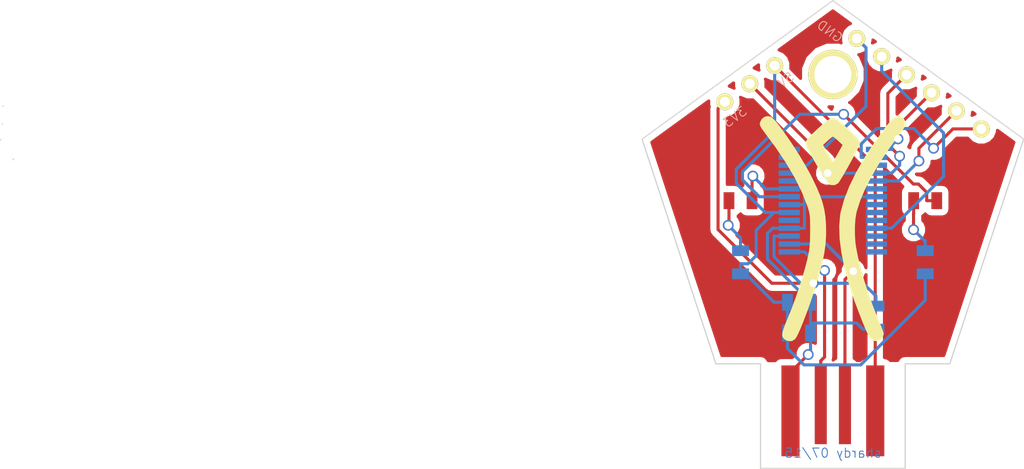
<source format=kicad_pcb>
(kicad_pcb (version 4) (host pcbnew "(2015-01-16 BZR 5376)-product")

  (general
    (links 29)
    (no_connects 0)
    (area 86.970399 80.467999 171.500001 119.176001)
    (thickness 1.6)
    (drawings 19)
    (tracks 144)
    (zones 0)
    (modules 13)
    (nets 25)
  )

  (page A4)
  (layers
    (0 F.Cu signal)
    (31 B.Cu signal)
    (32 B.Adhes user)
    (33 F.Adhes user)
    (34 B.Paste user)
    (35 F.Paste user)
    (36 B.SilkS user)
    (37 F.SilkS user)
    (38 B.Mask user)
    (39 F.Mask user)
    (40 Dwgs.User user)
    (41 Cmts.User user)
    (42 Eco1.User user)
    (43 Eco2.User user)
    (44 Edge.Cuts user)
    (45 Margin user)
    (46 B.CrtYd user)
    (47 F.CrtYd user)
    (48 B.Fab user)
    (49 F.Fab user)
  )

  (setup
    (last_trace_width 0.254)
    (trace_clearance 0.254)
    (zone_clearance 0.508)
    (zone_45_only no)
    (trace_min 0.254)
    (segment_width 0.2)
    (edge_width 0.1)
    (via_size 0.889)
    (via_drill 0.635)
    (via_min_size 0.889)
    (via_min_drill 0.508)
    (uvia_size 0.508)
    (uvia_drill 0.127)
    (uvias_allowed no)
    (uvia_min_size 0.508)
    (uvia_min_drill 0.127)
    (pcb_text_width 0.3)
    (pcb_text_size 1.5 1.5)
    (mod_edge_width 0.15)
    (mod_text_size 1 1)
    (mod_text_width 0.15)
    (pad_size 4.064 4.064)
    (pad_drill 3.048)
    (pad_to_mask_clearance 0)
    (aux_axis_origin 0 0)
    (visible_elements 7FFFFF7F)
    (pcbplotparams
      (layerselection 0x012f0_80000001)
      (usegerberextensions false)
      (excludeedgelayer true)
      (linewidth 0.100000)
      (plotframeref false)
      (viasonmask false)
      (mode 1)
      (useauxorigin false)
      (hpglpennumber 1)
      (hpglpenspeed 20)
      (hpglpendiameter 15)
      (hpglpenoverlay 2)
      (psnegative false)
      (psa4output false)
      (plotreference true)
      (plotvalue true)
      (plotinvisibletext false)
      (padsonsilk false)
      (subtractmaskfromsilk false)
      (outputformat 1)
      (mirror false)
      (drillshape 0)
      (scaleselection 1)
      (outputdirectory Z:/git/ftdigift/gerbers/))
  )

  (net 0 "")
  (net 1 +5V)
  (net 2 GND)
  (net 3 +3.3V)
  (net 4 "Net-(D1-Pad1)")
  (net 5 "Net-(D1-Pad2)")
  (net 6 "Net-(D2-Pad1)")
  (net 7 "Net-(D2-Pad2)")
  (net 8 "Net-(J1-Pad2)")
  (net 9 "Net-(J1-Pad3)")
  (net 10 /POWER)
  (net 11 /CTS)
  (net 12 /TXO)
  (net 13 /RXI)
  (net 14 /DTR)
  (net 15 "Net-(U1-Pad3)")
  (net 16 "Net-(U1-Pad6)")
  (net 17 "Net-(U1-Pad9)")
  (net 18 "Net-(U1-Pad10)")
  (net 19 "Net-(U1-Pad12)")
  (net 20 "Net-(U1-Pad13)")
  (net 21 "Net-(U1-Pad14)")
  (net 22 "Net-(U1-Pad19)")
  (net 23 "Net-(U1-Pad27)")
  (net 24 "Net-(U1-Pad28)")

  (net_class Default "This is the default net class."
    (clearance 0.254)
    (trace_width 0.254)
    (via_dia 0.889)
    (via_drill 0.635)
    (uvia_dia 0.508)
    (uvia_drill 0.127)
    (add_net +3.3V)
    (add_net +5V)
    (add_net /CTS)
    (add_net /DTR)
    (add_net /POWER)
    (add_net /RXI)
    (add_net /TXO)
    (add_net GND)
    (add_net "Net-(D1-Pad1)")
    (add_net "Net-(D1-Pad2)")
    (add_net "Net-(D2-Pad1)")
    (add_net "Net-(D2-Pad2)")
    (add_net "Net-(J1-Pad2)")
    (add_net "Net-(J1-Pad3)")
    (add_net "Net-(U1-Pad10)")
    (add_net "Net-(U1-Pad12)")
    (add_net "Net-(U1-Pad13)")
    (add_net "Net-(U1-Pad14)")
    (add_net "Net-(U1-Pad19)")
    (add_net "Net-(U1-Pad27)")
    (add_net "Net-(U1-Pad28)")
    (add_net "Net-(U1-Pad3)")
    (add_net "Net-(U1-Pad6)")
    (add_net "Net-(U1-Pad9)")
  )

  (module LOGO (layer F.SilkS) (tedit 55AD9397) (tstamp 55AD93E4)
    (at 155.702 99.314)
    (fp_text reference G*** (at 0 0) (layer F.SilkS) hide
      (effects (font (thickness 0.3)))
    )
    (fp_text value LOGO (at 0.75 0) (layer F.SilkS) hide
      (effects (font (thickness 0.3)))
    )
    (fp_poly (pts (xy -0.604766 0.504979) (xy -0.647192 1.239696) (xy -0.746863 1.990469) (xy -0.909935 2.808173)
      (xy -1.060331 3.429) (xy -1.207958 3.968624) (xy -1.389241 4.571479) (xy -1.595846 5.214981)
      (xy -1.81944 5.876545) (xy -2.05169 6.533585) (xy -2.284264 7.163518) (xy -2.508828 7.743758)
      (xy -2.717049 8.25172) (xy -2.900595 8.66482) (xy -3.051131 8.960473) (xy -3.157803 9.113747)
      (xy -3.416961 9.253081) (xy -3.708701 9.243236) (xy -3.80169 9.205647) (xy -3.968497 9.1067)
      (xy -4.07827 8.994165) (xy -4.128756 8.846034) (xy -4.117699 8.640301) (xy -4.042846 8.354958)
      (xy -3.901941 7.967999) (xy -3.69273 7.457417) (xy -3.600213 7.239) (xy -3.319999 6.542104)
      (xy -3.027395 5.74661) (xy -2.739024 4.902926) (xy -2.47151 4.061459) (xy -2.241475 3.272613)
      (xy -2.065545 2.586797) (xy -2.06451 2.582334) (xy -1.969472 2.149428) (xy -1.903315 1.776492)
      (xy -1.860878 1.412507) (xy -1.837001 1.006451) (xy -1.826523 0.507306) (xy -1.824711 0.211667)
      (xy -1.824878 -0.308796) (xy -1.832258 -0.699217) (xy -1.851368 -0.998862) (xy -1.886725 -1.247002)
      (xy -1.942846 -1.482904) (xy -2.024248 -1.745839) (xy -2.063308 -1.862666) (xy -2.502208 -2.982442)
      (xy -3.082918 -4.159718) (xy -3.808 -5.398892) (xy -4.680017 -6.704364) (xy -5.63493 -7.994533)
      (xy -5.843376 -8.281428) (xy -5.952814 -8.484336) (xy -5.981198 -8.641717) (xy -5.970879 -8.714199)
      (xy -5.840389 -8.981178) (xy -5.623842 -9.156651) (xy -5.367339 -9.219734) (xy -5.116976 -9.149541)
      (xy -5.074834 -9.12014) (xy -4.852213 -8.905558) (xy -4.563566 -8.564978) (xy -4.223992 -8.121036)
      (xy -3.848595 -7.596368) (xy -3.452474 -7.013608) (xy -3.050733 -6.395393) (xy -2.658472 -5.764359)
      (xy -2.290793 -5.143141) (xy -1.962797 -4.554374) (xy -1.735864 -4.115359) (xy -1.374195 -3.355092)
      (xy -1.097074 -2.697514) (xy -0.893653 -2.105411) (xy -0.753083 -1.541568) (xy -0.664519 -0.968768)
      (xy -0.617111 -0.349796) (xy -0.613428 -0.264556) (xy -0.604766 0.504979) (xy -0.604766 0.504979)) (layer F.SilkS) (width 0.1))
    (fp_poly (pts (xy 5.956779 -8.50969) (xy 5.949541 -8.488568) (xy 5.878602 -8.367583) (xy 5.72539 -8.143133)
      (xy 5.511363 -7.845599) (xy 5.257977 -7.505361) (xy 5.216491 -7.450666) (xy 4.435798 -6.372907)
      (xy 3.735531 -5.302365) (xy 3.125731 -4.257687) (xy 2.61644 -3.257519) (xy 2.217697 -2.320507)
      (xy 1.939545 -1.465298) (xy 1.892832 -1.278501) (xy 1.812565 -0.781188) (xy 1.771091 -0.178009)
      (xy 1.769076 0.47192) (xy 1.807183 1.109481) (xy 1.86118 1.535959) (xy 2.033514 2.41206)
      (xy 2.278524 3.395559) (xy 2.584116 4.44727) (xy 2.938192 5.528008) (xy 3.328656 6.598585)
      (xy 3.728564 7.585212) (xy 3.889276 7.972212) (xy 4.021597 8.31305) (xy 4.112391 8.572282)
      (xy 4.148523 8.714462) (xy 4.148667 8.718796) (xy 4.07337 8.962925) (xy 3.881606 9.151648)
      (xy 3.624567 9.253324) (xy 3.353442 9.236314) (xy 3.327003 9.226659) (xy 3.229161 9.169704)
      (xy 3.131118 9.066093) (xy 3.022222 8.895647) (xy 2.891817 8.638187) (xy 2.72925 8.273533)
      (xy 2.523868 7.781506) (xy 2.389355 7.450667) (xy 1.821321 5.954862) (xy 1.357469 4.538473)
      (xy 0.999193 3.208828) (xy 0.747886 1.973254) (xy 0.604942 0.839079) (xy 0.571754 -0.186369)
      (xy 0.649717 -1.095763) (xy 0.706349 -1.398318) (xy 0.981808 -2.378139) (xy 1.395054 -3.435701)
      (xy 1.939971 -4.559497) (xy 2.610442 -5.738017) (xy 3.400352 -6.959752) (xy 4.303585 -8.213192)
      (xy 4.38424 -8.319321) (xy 4.704928 -8.72337) (xy 4.958934 -8.998034) (xy 5.168411 -9.158088)
      (xy 5.355511 -9.21831) (xy 5.542386 -9.193474) (xy 5.638277 -9.155786) (xy 5.83762 -8.990632)
      (xy 5.954844 -8.751566) (xy 5.956779 -8.50969) (xy 5.956779 -8.50969)) (layer F.SilkS) (width 0.1))
    (fp_poly (pts (xy 2.201333 -7.048106) (xy 2.160856 -6.92287) (xy 2.049556 -6.67947) (xy 1.882632 -6.345599)
      (xy 1.675282 -5.948953) (xy 1.442707 -5.517223) (xy 1.200103 -5.078102) (xy 0.962669 -4.659285)
      (xy 0.865763 -4.493737) (xy 0.865763 -6.891309) (xy 0.480143 -7.255654) (xy 0.263884 -7.44664)
      (xy 0.087516 -7.578555) (xy 0 -7.62) (xy -0.107161 -7.565566) (xy -0.291309 -7.423912)
      (xy -0.480144 -7.255654) (xy -0.865764 -6.891309) (xy -0.454049 -6.157046) (xy -0.276351 -5.847229)
      (xy -0.128144 -5.602025) (xy -0.028975 -5.453046) (xy 0 -5.422784) (xy 0.056542 -5.491767)
      (xy 0.174903 -5.677642) (xy 0.335533 -5.948796) (xy 0.454048 -6.157046) (xy 0.865763 -6.891309)
      (xy 0.865763 -4.493737) (xy 0.745605 -4.288465) (xy 0.564108 -3.993334) (xy 0.433378 -3.801586)
      (xy 0.394335 -3.755587) (xy 0.144194 -3.617435) (xy -0.142991 -3.62346) (xy -0.244689 -3.663686)
      (xy -0.354206 -3.772172) (xy -0.525103 -4.003686) (xy -0.741408 -4.330622) (xy -0.987152 -4.725372)
      (xy -1.246364 -5.160331) (xy -1.503074 -5.607892) (xy -1.74131 -6.040449) (xy -1.945103 -6.430395)
      (xy -2.098481 -6.750123) (xy -2.185475 -6.972027) (xy -2.199238 -7.042304) (xy -2.174525 -7.160015)
      (xy -2.08704 -7.307533) (xy -1.919803 -7.505086) (xy -1.655833 -7.772906) (xy -1.31093 -8.100637)
      (xy -0.89402 -8.482686) (xy -0.57282 -8.755762) (xy -0.325617 -8.932897) (xy -0.1307 -9.027127)
      (xy 0.033645 -9.051484) (xy 0.189128 -9.019004) (xy 0.207517 -9.012177) (xy 0.342881 -8.926985)
      (xy 0.571792 -8.748018) (xy 0.865756 -8.498895) (xy 1.196283 -8.203232) (xy 1.308183 -8.099794)
      (xy 1.682929 -7.743148) (xy 1.943394 -7.475746) (xy 2.105613 -7.278703) (xy 2.185623 -7.133139)
      (xy 2.201333 -7.048106) (xy 2.201333 -7.048106)) (layer F.SilkS) (width 0.1))
  )

  (module SSOP-28_5.3x10.2mm_Pitch0.65mm (layer B.Cu) (tedit 55876F58) (tstamp 558B7F53)
    (at 155.702 97.028 180)
    (descr "28-Lead Plastic Shrink Small Outline (SS)-5.30 mm Body [SSOP] (see Microchip Packaging Specification 00000049BS.pdf)")
    (tags "SSOP 0.65")
    (path /558742B0)
    (attr smd)
    (fp_text reference U1 (at 0 6.25 180) (layer B.SilkS) hide
      (effects (font (size 1 1) (thickness 0.15)) (justify mirror))
    )
    (fp_text value FT232RLSSOP (at 0 -6.25 180) (layer B.Fab) hide
      (effects (font (size 1 1) (thickness 0.15)) (justify mirror))
    )
    (pad 1 smd rect (at -3.6 4.225 180) (size 1.75 0.45) (layers B.Cu B.Paste B.Mask)
      (net 12 /TXO) (clearance 0.0762))
    (pad 2 smd rect (at -3.6 3.575 180) (size 1.75 0.45) (layers B.Cu B.Paste B.Mask)
      (net 14 /DTR) (clearance 0.0762))
    (pad 3 smd rect (at -3.6 2.925 180) (size 1.75 0.45) (layers B.Cu B.Paste B.Mask)
      (net 15 "Net-(U1-Pad3)") (clearance 0.0762))
    (pad 4 smd rect (at -3.6 2.275 180) (size 1.75 0.45) (layers B.Cu B.Paste B.Mask)
      (net 10 /POWER) (clearance 0.0762))
    (pad 5 smd rect (at -3.6 1.625 180) (size 1.75 0.45) (layers B.Cu B.Paste B.Mask)
      (net 13 /RXI) (clearance 0.0762))
    (pad 6 smd rect (at -3.6 0.975 180) (size 1.75 0.45) (layers B.Cu B.Paste B.Mask)
      (net 16 "Net-(U1-Pad6)") (clearance 0.0762))
    (pad 7 smd rect (at -3.6 0.325 180) (size 1.75 0.45) (layers B.Cu B.Paste B.Mask)
      (net 2 GND) (clearance 0.0762))
    (pad 8 smd rect (at -3.6 -0.325 180) (size 1.75 0.45) (layers B.Cu B.Paste B.Mask)
      (clearance 0.0762))
    (pad 9 smd rect (at -3.6 -0.975 180) (size 1.75 0.45) (layers B.Cu B.Paste B.Mask)
      (net 17 "Net-(U1-Pad9)") (clearance 0.0762))
    (pad 10 smd rect (at -3.6 -1.625 180) (size 1.75 0.45) (layers B.Cu B.Paste B.Mask)
      (net 18 "Net-(U1-Pad10)") (clearance 0.0762))
    (pad 11 smd rect (at -3.6 -2.275 180) (size 1.75 0.45) (layers B.Cu B.Paste B.Mask)
      (net 11 /CTS) (clearance 0.0762))
    (pad 12 smd rect (at -3.6 -2.925 180) (size 1.75 0.45) (layers B.Cu B.Paste B.Mask)
      (net 19 "Net-(U1-Pad12)") (clearance 0.0762))
    (pad 13 smd rect (at -3.6 -3.575 180) (size 1.75 0.45) (layers B.Cu B.Paste B.Mask)
      (net 20 "Net-(U1-Pad13)") (clearance 0.0762))
    (pad 14 smd rect (at -3.6 -4.225 180) (size 1.75 0.45) (layers B.Cu B.Paste B.Mask)
      (net 21 "Net-(U1-Pad14)") (clearance 0.0762))
    (pad 15 smd rect (at 3.6 -4.225 180) (size 1.75 0.45) (layers B.Cu B.Paste B.Mask)
      (net 9 "Net-(J1-Pad3)") (clearance 0.0762))
    (pad 16 smd rect (at 3.6 -3.575 180) (size 1.75 0.45) (layers B.Cu B.Paste B.Mask)
      (net 8 "Net-(J1-Pad2)") (clearance 0.0762))
    (pad 17 smd rect (at 3.6 -2.925 180) (size 1.75 0.45) (layers B.Cu B.Paste B.Mask)
      (net 3 +3.3V) (clearance 0.0762))
    (pad 18 smd rect (at 3.6 -2.275 180) (size 1.75 0.45) (layers B.Cu B.Paste B.Mask)
      (net 2 GND) (clearance 0.0762))
    (pad 19 smd rect (at 3.6 -1.625 180) (size 1.75 0.45) (layers B.Cu B.Paste B.Mask)
      (net 22 "Net-(U1-Pad19)") (clearance 0.0762))
    (pad 20 smd rect (at 3.6 -0.975 180) (size 1.75 0.45) (layers B.Cu B.Paste B.Mask)
      (net 1 +5V) (clearance 0.0762))
    (pad 21 smd rect (at 3.6 -0.325 180) (size 1.75 0.45) (layers B.Cu B.Paste B.Mask)
      (net 2 GND) (clearance 0.0762))
    (pad 22 smd rect (at 3.6 0.325 180) (size 1.75 0.45) (layers B.Cu B.Paste B.Mask)
      (net 7 "Net-(D2-Pad2)") (clearance 0.0762))
    (pad 23 smd rect (at 3.6 0.975 180) (size 1.75 0.45) (layers B.Cu B.Paste B.Mask)
      (net 5 "Net-(D1-Pad2)") (clearance 0.0762))
    (pad 24 smd rect (at 3.6 1.625 180) (size 1.75 0.45) (layers B.Cu B.Paste B.Mask)
      (clearance 0.0762))
    (pad 25 smd rect (at 3.6 2.275 180) (size 1.75 0.45) (layers B.Cu B.Paste B.Mask)
      (net 2 GND) (clearance 0.0762))
    (pad 26 smd rect (at 3.6 2.925 180) (size 1.75 0.45) (layers B.Cu B.Paste B.Mask)
      (net 2 GND) (clearance 0.0762))
    (pad 27 smd rect (at 3.6 3.575 180) (size 1.75 0.45) (layers B.Cu B.Paste B.Mask)
      (net 23 "Net-(U1-Pad27)") (clearance 0.0762))
    (pad 28 smd rect (at 3.6 4.225 180) (size 1.75 0.45) (layers B.Cu B.Paste B.Mask)
      (net 24 "Net-(U1-Pad28)") (clearance 0.0762))
    (model Housings_SSOP.3dshapes/SSOP-28_5.3x10.2mm_Pitch0.65mm.wrl
      (at (xyz 0 0 0))
      (scale (xyz 1 1 1))
      (rotate (xyz 0 0 0))
    )
  )

  (module shardy:SIL-3 (layer F.Cu) (tedit 55876981) (tstamp 558B84FB)
    (at 148.844 87.376 36)
    (descr "Connecteur 3 pins")
    (tags "CONN DEV")
    (path /55874EB4)
    (fp_text reference P1 (at -5.08 0 36) (layer F.SilkS) hide
      (effects (font (size 1.016 1.016) (thickness 0.1016)))
    )
    (fp_text value PWRSEL (at 0 -2.54 36) (layer F.SilkS) hide
      (effects (font (size 1.016 1.016) (thickness 0.1016)))
    )
    (pad 1 thru_hole circle (at -2.54 0 36) (size 1.397 1.397) (drill 0.8128) (layers *.Cu *.Mask F.SilkS)
      (net 3 +3.3V))
    (pad 2 thru_hole circle (at 0 0 36) (size 1.397 1.397) (drill 0.8128) (layers *.Cu *.Mask F.SilkS)
      (net 10 /POWER))
    (pad 3 thru_hole circle (at 2.54 0 36) (size 1.397 1.397) (drill 0.8128) (layers *.Cu *.Mask F.SilkS)
      (net 1 +5V))
  )

  (module shardy:1pin (layer F.Cu) (tedit 5587701D) (tstamp 558B7D45)
    (at 155.702 86.614)
    (descr "module 1 pin (ou trou mecanique de percage)")
    (tags DEV)
    (path /55875860)
    (fp_text reference H1 (at 0 -3.81) (layer F.SilkS) hide
      (effects (font (size 1.016 1.016) (thickness 0.1016)))
    )
    (fp_text value SCREWHOLE (at 0 3.81) (layer F.SilkS) hide
      (effects (font (size 1.016 1.016) (thickness 0.1016)))
    )
    (pad Hole thru_hole circle (at 0 0) (size 4.064 4.064) (drill 3.048) (layers *.Cu *.Mask F.SilkS))
  )

  (module shardy:SIL-6 placed (layer F.Cu) (tedit 55876989) (tstamp 558B7F5E)
    (at 162.814 87.376 324)
    (descr "Connecteur 6 pins")
    (tags "CONN DEV")
    (path /55874E35)
    (fp_text reference P2 (at 0 3.81 324) (layer F.SilkS) hide
      (effects (font (size 1.016 1.016) (thickness 0.1016)))
    )
    (fp_text value FTDI (at 0 2.54 324) (layer F.SilkS) hide
      (effects (font (size 1.016 1.016) (thickness 0.1016)))
    )
    (pad 1 thru_hole circle (at -6.35 0 324) (size 1.397 1.397) (drill 0.8128) (layers *.Cu *.Mask F.SilkS)
      (net 2 GND))
    (pad 2 thru_hole circle (at -3.81 0 324) (size 1.397 1.397) (drill 0.8128) (layers *.Cu *.Mask F.SilkS)
      (net 11 /CTS))
    (pad 3 thru_hole circle (at -1.27 0 324) (size 1.397 1.397) (drill 0.8128) (layers *.Cu *.Mask F.SilkS)
      (net 10 /POWER))
    (pad 4 thru_hole circle (at 1.27 0 324) (size 1.397 1.397) (drill 0.8128) (layers *.Cu *.Mask F.SilkS)
      (net 12 /TXO))
    (pad 5 thru_hole circle (at 3.81 0 324) (size 1.397 1.397) (drill 0.8128) (layers *.Cu *.Mask F.SilkS)
      (net 13 /RXI))
    (pad 6 thru_hole circle (at 6.35 0 324) (size 1.397 1.397) (drill 0.8128) (layers *.Cu *.Mask F.SilkS)
      (net 14 /DTR))
  )

  (module shardy:SM0805 (layer B.Cu) (tedit 5587651C) (tstamp 558B7CA8)
    (at 163.322 102.108 90)
    (path /558744E9)
    (attr smd)
    (fp_text reference R2 (at 0 1.27 90) (layer B.SilkS) hide
      (effects (font (size 0.635 0.635) (thickness 0.1016)) (justify mirror))
    )
    (fp_text value 1k (at 0 -1.42494 90) (layer B.SilkS) hide
      (effects (font (size 0.635 0.635) (thickness 0.127)) (justify mirror))
    )
    (pad 1 smd rect (at -0.9525 0 90) (size 0.889 1.397) (layers B.Cu B.Paste B.Mask)
      (net 1 +5V))
    (pad 2 smd rect (at 0.9525 0 90) (size 0.889 1.397) (layers B.Cu B.Paste B.Mask)
      (net 6 "Net-(D2-Pad1)"))
    (model smd/chip_cms.wrl
      (at (xyz 0 0 0))
      (scale (xyz 0.1 0.1 0.1))
      (rotate (xyz 0 0 0))
    )
  )

  (module shardy:SM0805 (layer B.Cu) (tedit 5587650B) (tstamp 558B7C77)
    (at 159.258 106.68 270)
    (path /55874346)
    (attr smd)
    (fp_text reference C3 (at 0 1.27 270) (layer B.SilkS) hide
      (effects (font (size 0.635 0.635) (thickness 0.1016)) (justify mirror))
    )
    (fp_text value 0.1uF (at 0 -1.42494 270) (layer B.SilkS) hide
      (effects (font (size 0.635 0.635) (thickness 0.127)) (justify mirror))
    )
    (pad 1 smd rect (at -0.9525 0 270) (size 0.889 1.397) (layers B.Cu B.Paste B.Mask)
      (net 3 +3.3V))
    (pad 2 smd rect (at 0.9525 0 270) (size 0.889 1.397) (layers B.Cu B.Paste B.Mask)
      (net 2 GND))
    (model smd/chip_cms.wrl
      (at (xyz 0 0 0))
      (scale (xyz 0.1 0.1 0.1))
      (rotate (xyz 0 0 0))
    )
  )

  (module shardy:SM0805 (layer B.Cu) (tedit 558764F9) (tstamp 558B7C6B)
    (at 152.908 107.95)
    (path /558742E1)
    (attr smd)
    (fp_text reference C1 (at 0 1.27) (layer B.SilkS) hide
      (effects (font (size 0.635 0.635) (thickness 0.1016)) (justify mirror))
    )
    (fp_text value 0.1uF (at 0 -1.42494) (layer B.SilkS) hide
      (effects (font (size 0.635 0.635) (thickness 0.127)) (justify mirror))
    )
    (pad 1 smd rect (at -0.9525 0) (size 0.889 1.397) (layers B.Cu B.Paste B.Mask)
      (net 1 +5V))
    (pad 2 smd rect (at 0.9525 0) (size 0.889 1.397) (layers B.Cu B.Paste B.Mask)
      (net 2 GND))
    (model smd/chip_cms.wrl
      (at (xyz 0 0 0))
      (scale (xyz 0.1 0.1 0.1))
      (rotate (xyz 0 0 0))
    )
  )

  (module shardy:SM0805 (layer B.Cu) (tedit 558764DA) (tstamp 558B7C71)
    (at 152.908 105.41)
    (path /5587437E)
    (attr smd)
    (fp_text reference C2 (at 0 1.27) (layer B.SilkS) hide
      (effects (font (size 0.635 0.635) (thickness 0.1016)) (justify mirror))
    )
    (fp_text value 10uF (at 0 -1.42494) (layer B.SilkS) hide
      (effects (font (size 0.635 0.635) (thickness 0.127)) (justify mirror))
    )
    (pad 1 smd rect (at -0.9525 0) (size 0.889 1.397) (layers B.Cu B.Paste B.Mask)
      (net 1 +5V))
    (pad 2 smd rect (at 0.9525 0) (size 0.889 1.397) (layers B.Cu B.Paste B.Mask)
      (net 2 GND))
    (model smd/chip_cms.wrl
      (at (xyz 0 0 0))
      (scale (xyz 0.1 0.1 0.1))
      (rotate (xyz 0 0 0))
    )
  )

  (module shardy:SM0805 (layer B.Cu) (tedit 558764C9) (tstamp 558B7CA2)
    (at 148.082 102.108 90)
    (path /55874498)
    (attr smd)
    (fp_text reference R1 (at 0 1.27 90) (layer B.SilkS) hide
      (effects (font (size 0.635 0.635) (thickness 0.1016)) (justify mirror))
    )
    (fp_text value 1k (at 0 -1.42494 90) (layer B.SilkS) hide
      (effects (font (size 0.635 0.635) (thickness 0.127)) (justify mirror))
    )
    (pad 1 smd rect (at -0.9525 0 90) (size 0.889 1.397) (layers B.Cu B.Paste B.Mask)
      (net 1 +5V))
    (pad 2 smd rect (at 0.9525 0 90) (size 0.889 1.397) (layers B.Cu B.Paste B.Mask)
      (net 4 "Net-(D1-Pad1)"))
    (model smd/chip_cms.wrl
      (at (xyz 0 0 0))
      (scale (xyz 0.1 0.1 0.1))
      (rotate (xyz 0 0 0))
    )
  )

  (module shardy:SM0805 (layer F.Cu) (tedit 558764B6) (tstamp 558B7C83)
    (at 163.322 97.028)
    (path /55874568)
    (attr smd)
    (fp_text reference D2 (at 0 -1.27) (layer F.SilkS) hide
      (effects (font (size 0.635 0.635) (thickness 0.1016)))
    )
    (fp_text value RXLED (at 0 1.42494) (layer F.SilkS) hide
      (effects (font (size 0.635 0.635) (thickness 0.127)))
    )
    (pad 1 smd rect (at -0.9525 0) (size 0.889 1.397) (layers F.Cu F.Paste F.Mask)
      (net 6 "Net-(D2-Pad1)"))
    (pad 2 smd rect (at 0.9525 0) (size 0.889 1.397) (layers F.Cu F.Paste F.Mask)
      (net 7 "Net-(D2-Pad2)"))
    (model smd/chip_cms.wrl
      (at (xyz 0 0 0))
      (scale (xyz 0.1 0.1 0.1))
      (rotate (xyz 0 0 0))
    )
  )

  (module shardy:SM0805 (layer F.Cu) (tedit 55876475) (tstamp 558B7C7D)
    (at 148.082 97.028)
    (path /55874511)
    (attr smd)
    (fp_text reference D1 (at 0 -1.27) (layer F.SilkS) hide
      (effects (font (size 0.635 0.635) (thickness 0.1016)))
    )
    (fp_text value TXLED (at 0 1.42494) (layer F.SilkS) hide
      (effects (font (size 0.635 0.635) (thickness 0.127)))
    )
    (pad 1 smd rect (at -0.9525 0) (size 0.889 1.397) (layers F.Cu F.Paste F.Mask)
      (net 4 "Net-(D1-Pad1)"))
    (pad 2 smd rect (at 0.9525 0) (size 0.889 1.397) (layers F.Cu F.Paste F.Mask)
      (net 5 "Net-(D1-Pad2)"))
    (model smd/chip_cms.wrl
      (at (xyz 0 0 0))
      (scale (xyz 0.1 0.1 0.1))
      (rotate (xyz 0 0 0))
    )
  )

  (module shardy:USB-A-PCB (layer F.Cu) (tedit 55875FA6) (tstamp 558B7F2B)
    (at 155.702 114.173 90)
    (path /55874425)
    (attr smd)
    (fp_text reference J1 (at 4.572 -6.604 180) (layer F.SilkS) hide
      (effects (font (size 1.016 1.016) (thickness 0.1016)))
    )
    (fp_text value USB (at 4.445 7.366 180) (layer F.SilkS) hide
      (effects (font (size 1.016 1.016) (thickness 0.1016)))
    )
    (pad 1 smd rect (at -0.19812 3.49758 90) (size 7.49808 1.4986) (layers F.Cu F.Paste F.Mask)
      (net 1 +5V))
    (pad 4 smd rect (at -0.19812 -3.49758 90) (size 7.49808 1.4986) (layers F.Cu F.Paste F.Mask)
      (net 2 GND))
    (pad 2 smd rect (at 0.29972 0.99822 90) (size 6.49986 0.99822) (layers F.Cu F.Paste F.Mask)
      (net 8 "Net-(J1-Pad2)"))
    (pad 3 smd rect (at 0.29972 -0.99822 90) (size 6.49986 0.99822) (layers F.Cu F.Paste F.Mask)
      (net 9 "Net-(J1-Pad3)"))
  )

  (gr_text "shardy 07/15" (at 155.702 117.856) (layer B.Cu)
    (effects (font (size 0.762 0.762) (thickness 0.0762)) (justify mirror))
  )
  (gr_text "site 3 fire arts" (at 144.526 100.838 288) (layer F.Mask)
    (effects (font (size 1.5 1.5) (thickness 0.127)))
  )
  (gr_text "charnival 2015" (at 166.878 100.838 72) (layer F.Mask)
    (effects (font (size 1.5 1.5) (thickness 0.127)))
  )
  (gr_text GND (at 155.448 83.058 324) (layer B.SilkS)
    (effects (font (size 0.762 0.762) (thickness 0.0762)) (justify mirror))
  )
  (gr_text 5V (at 151.8158 87.0712 36) (layer B.SilkS)
    (effects (font (size 0.762 0.762) (thickness 0.0762)) (justify mirror))
  )
  (gr_text 3V3 (at 147.6248 90.1192 36) (layer B.SilkS)
    (effects (font (size 0.762 0.762) (thickness 0.0762)) (justify mirror))
  )
  (gr_line (start 161.671 110.49) (end 165.354 110.49) (angle 90) (layer Edge.Cuts) (width 0.1))
  (gr_line (start 161.671 119.126) (end 161.671 110.49) (angle 90) (layer Edge.Cuts) (width 0.1))
  (gr_line (start 149.733 119.126) (end 161.671 119.126) (angle 90) (layer Edge.Cuts) (width 0.1))
  (gr_line (start 149.733 110.49) (end 149.733 119.126) (angle 90) (layer Edge.Cuts) (width 0.1))
  (gr_line (start 146.05 110.49) (end 149.733 110.49) (angle 90) (layer Edge.Cuts) (width 0.1))
  (gr_line (start 171.45 91.948) (end 155.702 80.518) (angle 90) (layer Edge.Cuts) (width 0.1) (tstamp 558B7DE0))
  (gr_line (start 88.0618 93.5736) (end 88.0618 93.6498) (angle 90) (layer Edge.Cuts) (width 0.1))
  (gr_line (start 165.354 110.49) (end 171.45 91.948) (angle 90) (layer Edge.Cuts) (width 0.1) (tstamp 558B7DDD))
  (gr_line (start 87.0204 91.9734) (end 87.0204 92.0242) (angle 90) (layer Edge.Cuts) (width 0.1))
  (gr_line (start 87.1728 90.678) (end 87.1728 90.7034) (angle 90) (layer Edge.Cuts) (width 0.1))
  (gr_line (start 155.702 80.518) (end 139.954 91.948) (angle 90) (layer Edge.Cuts) (width 0.1) (tstamp 558B7DEF))
  (gr_line (start 87.2236 89.2048) (end 87.2236 89.2302) (angle 90) (layer Edge.Cuts) (width 0.1))
  (gr_line (start 139.954 91.948) (end 146.05 110.49) (angle 90) (layer Edge.Cuts) (width 0.1) (tstamp 558B7DD4))

  (segment (start 152.102 98.003) (end 150.8457 98.003) (width 0.254) (layer B.Cu) (net 1))
  (segment (start 148.082 103.0605) (end 148.082 102.6476) (width 0.254) (layer B.Cu) (net 1))
  (segment (start 148.082 102.6476) (end 148.082 102.2347) (width 0.254) (layer B.Cu) (net 1))
  (segment (start 148.7013 102.2347) (end 148.082 102.2347) (width 0.254) (layer B.Cu) (net 1))
  (segment (start 149.3785 101.5575) (end 148.7013 102.2347) (width 0.254) (layer B.Cu) (net 1))
  (segment (start 149.3785 99.4702) (end 149.3785 101.5575) (width 0.254) (layer B.Cu) (net 1))
  (segment (start 150.8457 98.003) (end 149.3785 99.4702) (width 0.254) (layer B.Cu) (net 1))
  (segment (start 151.9555 109.2174) (end 151.9555 107.95) (width 0.254) (layer B.Cu) (net 1))
  (segment (start 153.3163 110.5782) (end 151.9555 109.2174) (width 0.254) (layer B.Cu) (net 1))
  (segment (start 158.0006 110.5782) (end 153.3163 110.5782) (width 0.254) (layer B.Cu) (net 1))
  (segment (start 163.322 105.2568) (end 158.0006 110.5782) (width 0.254) (layer B.Cu) (net 1))
  (segment (start 163.322 103.0605) (end 163.322 105.2568) (width 0.254) (layer B.Cu) (net 1))
  (segment (start 150.1269 98.003) (end 150.8457 98.003) (width 0.254) (layer B.Cu) (net 1))
  (segment (start 147.7328 95.6089) (end 150.1269 98.003) (width 0.254) (layer B.Cu) (net 1))
  (segment (start 147.7328 94.4269) (end 147.7328 95.6089) (width 0.254) (layer B.Cu) (net 1))
  (segment (start 150.8989 91.2608) (end 147.7328 94.4269) (width 0.254) (layer B.Cu) (net 1))
  (segment (start 150.8989 85.883) (end 150.8989 91.2608) (width 0.254) (layer B.Cu) (net 1))
  (segment (start 150.8444 105.41) (end 151.9555 105.41) (width 0.254) (layer B.Cu) (net 1))
  (segment (start 148.082 102.6476) (end 150.8444 105.41) (width 0.254) (layer B.Cu) (net 1))
  (segment (start 151.9555 107.95) (end 151.9555 106.8702) (width 0.254) (layer B.Cu) (net 1))
  (segment (start 151.9555 105.41) (end 151.9555 106.8702) (width 0.254) (layer B.Cu) (net 1))
  (segment (start 159.1996 94.1837) (end 150.8989 85.883) (width 0.254) (layer F.Cu) (net 1))
  (segment (start 159.1996 114.3711) (end 159.1996 94.1837) (width 0.254) (layer F.Cu) (net 1))
  (via (at 153.67 109.728) (size 0.889) (layers F.Cu B.Cu) (net 2))
  (segment (start 152.2044 111.1936) (end 153.67 109.728) (width 0.254) (layer F.Cu) (net 2))
  (segment (start 152.2044 114.3711) (end 152.2044 111.1936) (width 0.254) (layer F.Cu) (net 2))
  (segment (start 153.8605 109.5375) (end 153.8605 107.95) (width 0.254) (layer B.Cu) (net 2))
  (segment (start 153.67 109.728) (end 153.8605 109.5375) (width 0.254) (layer B.Cu) (net 2))
  (segment (start 153.8605 107.95) (end 153.8605 107.1245) (width 0.254) (layer B.Cu) (net 2))
  (segment (start 157.6702 107.1245) (end 158.1782 107.6325) (width 0.254) (layer B.Cu) (net 2))
  (segment (start 153.8605 107.1245) (end 157.6702 107.1245) (width 0.254) (layer B.Cu) (net 2))
  (segment (start 159.258 107.6325) (end 158.1782 107.6325) (width 0.254) (layer B.Cu) (net 2))
  (segment (start 152.102 94.103) (end 153.3583 94.103) (width 0.254) (layer B.Cu) (net 2))
  (segment (start 153.8605 107.1245) (end 153.8605 105.41) (width 0.254) (layer B.Cu) (net 2))
  (segment (start 153.8605 105.41) (end 153.0347 105.41) (width 0.254) (layer B.Cu) (net 2))
  (segment (start 153.3583 94.6259) (end 153.3583 94.103) (width 0.254) (layer B.Cu) (net 2))
  (segment (start 153.2312 94.753) (end 153.3583 94.6259) (width 0.254) (layer B.Cu) (net 2))
  (segment (start 150.733 99.303) (end 152.102 99.303) (width 0.254) (layer B.Cu) (net 2))
  (segment (start 150.3074 99.7286) (end 150.733 99.303) (width 0.254) (layer B.Cu) (net 2))
  (segment (start 150.3074 101.8569) (end 150.3074 99.7286) (width 0.254) (layer B.Cu) (net 2))
  (segment (start 153.0347 104.5842) (end 150.3074 101.8569) (width 0.254) (layer B.Cu) (net 2))
  (segment (start 153.0347 105.41) (end 153.0347 104.5842) (width 0.254) (layer B.Cu) (net 2))
  (segment (start 153.3583 99.303) (end 153.3583 97.353) (width 0.254) (layer B.Cu) (net 2))
  (segment (start 152.102 99.303) (end 153.3583 99.303) (width 0.254) (layer B.Cu) (net 2))
  (segment (start 152.102 97.353) (end 153.3583 97.353) (width 0.254) (layer B.Cu) (net 2))
  (segment (start 153.1677 94.753) (end 153.2312 94.753) (width 0.254) (layer B.Cu) (net 2))
  (segment (start 152.102 94.753) (end 153.1677 94.753) (width 0.254) (layer B.Cu) (net 2))
  (segment (start 153.3583 94.8801) (end 153.3583 96.703) (width 0.254) (layer B.Cu) (net 2))
  (segment (start 153.2312 94.753) (end 153.3583 94.8801) (width 0.254) (layer B.Cu) (net 2))
  (segment (start 153.3583 96.703) (end 153.3583 97.353) (width 0.254) (layer B.Cu) (net 2))
  (segment (start 153.3583 96.703) (end 159.302 96.703) (width 0.254) (layer B.Cu) (net 2))
  (segment (start 158.4387 84.405522) (end 157.676742 83.643564) (width 0.254) (layer B.Cu) (net 2) (tstamp 558C7F86))
  (segment (start 153.3583 94.103) (end 153.5768 94.103) (width 0.254) (layer B.Cu) (net 2))
  (segment (start 153.5768 94.103) (end 158.4387 89.2411) (width 0.254) (layer B.Cu) (net 2))
  (segment (start 158.4387 89.2411) (end 158.4387 85.1676) (width 0.254) (layer B.Cu) (net 2))
  (segment (start 158.4387 85.1676) (end 158.4387 84.405522) (width 0.254) (layer B.Cu) (net 2))
  (via (at 154.0867 103.8454) (size 0.889) (layers F.Cu B.Cu) (net 3))
  (segment (start 159.258 105.7275) (end 159.258 104.9017) (width 0.254) (layer B.Cu) (net 3))
  (segment (start 152.102 99.953) (end 150.8457 99.953) (width 0.254) (layer B.Cu) (net 3))
  (segment (start 150.6662 103.8454) (end 154.0867 103.8454) (width 0.254) (layer F.Cu) (net 3))
  (segment (start 146.228 99.4072) (end 150.6662 103.8454) (width 0.254) (layer F.Cu) (net 3))
  (segment (start 146.228 89.4301) (end 146.228 99.4072) (width 0.254) (layer F.Cu) (net 3))
  (segment (start 146.7891 88.869) (end 146.228 89.4301) (width 0.254) (layer F.Cu) (net 3))
  (segment (start 153.0416 103.8454) (end 154.0867 103.8454) (width 0.254) (layer B.Cu) (net 3))
  (segment (start 150.8457 101.6495) (end 153.0416 103.8454) (width 0.254) (layer B.Cu) (net 3))
  (segment (start 150.8457 99.953) (end 150.8457 101.6495) (width 0.254) (layer B.Cu) (net 3))
  (segment (start 158.2017 103.8454) (end 159.258 104.9017) (width 0.254) (layer B.Cu) (net 3))
  (segment (start 154.0867 103.8454) (end 158.2017 103.8454) (width 0.254) (layer B.Cu) (net 3))
  (via (at 147.066 99.06) (size 0.889) (layers F.Cu B.Cu) (net 4))
  (segment (start 147.1295 98.9965) (end 147.1295 97.028) (width 0.254) (layer F.Cu) (net 4))
  (segment (start 147.066 99.06) (end 147.1295 98.9965) (width 0.254) (layer F.Cu) (net 4))
  (segment (start 148.082 100.076) (end 147.066 99.06) (width 0.254) (layer B.Cu) (net 4))
  (segment (start 148.082 101.1555) (end 148.082 100.076) (width 0.254) (layer B.Cu) (net 4))
  (via (at 149.098 94.996) (size 0.889) (layers F.Cu B.Cu) (net 5))
  (segment (start 150.155 96.053) (end 152.102 96.053) (width 0.254) (layer B.Cu) (net 5))
  (segment (start 149.098 94.996) (end 150.155 96.053) (width 0.254) (layer B.Cu) (net 5))
  (segment (start 149.0345 95.0595) (end 149.098 94.996) (width 0.254) (layer F.Cu) (net 5))
  (segment (start 149.0345 97.028) (end 149.0345 95.0595) (width 0.254) (layer F.Cu) (net 5))
  (via (at 162.3593 99.4224) (size 0.889) (layers F.Cu B.Cu) (net 6))
  (segment (start 162.3593 98.118) (end 162.3593 99.4224) (width 0.254) (layer F.Cu) (net 6))
  (segment (start 162.3695 98.1078) (end 162.3593 98.118) (width 0.254) (layer F.Cu) (net 6))
  (segment (start 163.2666 100.3297) (end 163.322 100.3297) (width 0.254) (layer B.Cu) (net 6))
  (segment (start 162.3593 99.4224) (end 163.2666 100.3297) (width 0.254) (layer B.Cu) (net 6))
  (segment (start 162.3695 97.028) (end 162.3695 98.1078) (width 0.254) (layer F.Cu) (net 6))
  (segment (start 163.322 101.1555) (end 163.322 100.3297) (width 0.254) (layer B.Cu) (net 6))
  (via (at 156.59 89.8998) (size 0.889) (layers F.Cu B.Cu) (net 7))
  (segment (start 164.2745 97.028) (end 163.4487 97.028) (width 0.254) (layer F.Cu) (net 7))
  (segment (start 152.9789 89.8998) (end 156.59 89.8998) (width 0.254) (layer B.Cu) (net 7))
  (segment (start 148.2412 94.6375) (end 152.9789 89.8998) (width 0.254) (layer B.Cu) (net 7))
  (segment (start 148.2412 95.3091) (end 148.2412 94.6375) (width 0.254) (layer B.Cu) (net 7))
  (segment (start 149.6351 96.703) (end 148.2412 95.3091) (width 0.254) (layer B.Cu) (net 7))
  (segment (start 152.102 96.703) (end 149.6351 96.703) (width 0.254) (layer B.Cu) (net 7))
  (segment (start 163.4487 96.3413) (end 163.4487 97.028) (width 0.254) (layer F.Cu) (net 7))
  (segment (start 162.7637 95.6563) (end 163.4487 96.3413) (width 0.254) (layer F.Cu) (net 7))
  (segment (start 162.3465 95.6563) (end 162.7637 95.6563) (width 0.254) (layer F.Cu) (net 7))
  (segment (start 156.59 89.8998) (end 162.3465 95.6563) (width 0.254) (layer F.Cu) (net 7))
  (via (at 157.3873 102.8482) (size 0.889) (layers F.Cu B.Cu) (net 8))
  (segment (start 156.7002 103.5353) (end 157.3873 102.8482) (width 0.254) (layer F.Cu) (net 8))
  (segment (start 156.7002 113.8733) (end 156.7002 103.5353) (width 0.254) (layer F.Cu) (net 8))
  (segment (start 155.1421 100.603) (end 152.102 100.603) (width 0.254) (layer B.Cu) (net 8))
  (segment (start 157.3873 102.8482) (end 155.1421 100.603) (width 0.254) (layer B.Cu) (net 8))
  (via (at 155.019 102.7871) (size 0.889) (layers F.Cu B.Cu) (net 9))
  (segment (start 155.019 109.9269) (end 155.019 102.7871) (width 0.254) (layer F.Cu) (net 9))
  (segment (start 154.7038 110.2421) (end 155.019 109.9269) (width 0.254) (layer F.Cu) (net 9))
  (segment (start 154.8924 102.7871) (end 153.3583 101.253) (width 0.254) (layer B.Cu) (net 9))
  (segment (start 155.019 102.7871) (end 154.8924 102.7871) (width 0.254) (layer B.Cu) (net 9))
  (segment (start 154.7038 113.8733) (end 154.7038 110.2421) (width 0.254) (layer F.Cu) (net 9))
  (segment (start 152.102 101.253) (end 153.3583 101.253) (width 0.254) (layer B.Cu) (net 9))
  (via (at 155.2727 94.753) (size 0.889) (layers F.Cu B.Cu) (net 10))
  (via (at 161.2128 93.3544) (size 0.889) (layers F.Cu B.Cu) (net 10))
  (segment (start 159.302 94.753) (end 160.5583 94.753) (width 0.254) (layer B.Cu) (net 10))
  (segment (start 159.302 94.753) (end 155.2727 94.753) (width 0.254) (layer B.Cu) (net 10))
  (segment (start 155.2727 93.8047) (end 155.2727 94.753) (width 0.254) (layer F.Cu) (net 10))
  (segment (start 148.844 87.376) (end 155.2727 93.8047) (width 0.254) (layer F.Cu) (net 10))
  (segment (start 161.2128 94.0985) (end 161.2128 93.3544) (width 0.254) (layer B.Cu) (net 10))
  (segment (start 160.5583 94.753) (end 161.2128 94.0985) (width 0.254) (layer B.Cu) (net 10))
  (segment (start 160.2391 92.3807) (end 161.2128 93.3544) (width 0.254) (layer F.Cu) (net 10))
  (segment (start 160.2391 88.1769) (end 160.2391 92.3807) (width 0.254) (layer F.Cu) (net 10))
  (segment (start 161.7865 86.6295) (end 160.2391 88.1769) (width 0.254) (layer F.Cu) (net 10))
  (segment (start 159.302 99.303) (end 160.5583 99.303) (width 0.254) (layer B.Cu) (net 11))
  (segment (start 159.7316 86.3377) (end 159.7316 85.1365) (width 0.254) (layer B.Cu) (net 11))
  (segment (start 164.8369 91.443) (end 159.7316 86.3377) (width 0.254) (layer B.Cu) (net 11))
  (segment (start 164.8369 95.0244) (end 164.8369 91.443) (width 0.254) (layer B.Cu) (net 11))
  (segment (start 160.5583 99.303) (end 164.8369 95.0244) (width 0.254) (layer B.Cu) (net 11))
  (via (at 161.0809 91.9283) (size 0.889) (layers F.Cu B.Cu) (net 12))
  (segment (start 159.302 92.803) (end 160.5583 92.803) (width 0.254) (layer B.Cu) (net 12))
  (segment (start 160.5583 92.4509) (end 161.0809 91.9283) (width 0.254) (layer B.Cu) (net 12))
  (segment (start 160.5583 92.803) (end 160.5583 92.4509) (width 0.254) (layer B.Cu) (net 12))
  (segment (start 161.0809 90.8831) (end 161.0809 91.9283) (width 0.254) (layer F.Cu) (net 12))
  (segment (start 163.8415 88.1225) (end 161.0809 90.8831) (width 0.254) (layer F.Cu) (net 12))
  (via (at 162.8032 93.7513) (size 0.889) (layers F.Cu B.Cu) (net 13))
  (segment (start 162.8032 92.7087) (end 162.8032 93.7513) (width 0.254) (layer F.Cu) (net 13))
  (segment (start 165.8964 89.6155) (end 162.8032 92.7087) (width 0.254) (layer F.Cu) (net 13))
  (segment (start 161.1515 95.403) (end 159.302 95.403) (width 0.254) (layer B.Cu) (net 13))
  (segment (start 162.8032 93.7513) (end 161.1515 95.403) (width 0.254) (layer B.Cu) (net 13))
  (via (at 164.0111 92.7038) (size 0.889) (layers F.Cu B.Cu) (net 14))
  (segment (start 159.302 93.453) (end 158.0457 93.453) (width 0.254) (layer B.Cu) (net 14))
  (segment (start 162.3823 91.075) (end 164.0111 92.7038) (width 0.254) (layer B.Cu) (net 14))
  (segment (start 159.3185 91.075) (end 162.3823 91.075) (width 0.254) (layer B.Cu) (net 14))
  (segment (start 158.0457 92.3478) (end 159.3185 91.075) (width 0.254) (layer B.Cu) (net 14))
  (segment (start 158.0457 93.453) (end 158.0457 92.3478) (width 0.254) (layer B.Cu) (net 14))
  (segment (start 165.6064 91.1085) (end 164.0111 92.7038) (width 0.254) (layer F.Cu) (net 14))
  (segment (start 167.9513 91.1085) (end 165.6064 91.1085) (width 0.254) (layer F.Cu) (net 14))
  (segment (start 167.9513 91.1084) (end 167.9513 91.1085) (width 0.254) (layer F.Cu) (net 14))

  (zone (net 0) (net_name "") (layer F.Cu) (tstamp 55ADA42D) (hatch edge 0.508)
    (connect_pads (clearance 0.508))
    (min_thickness 0.254)
    (fill yes (arc_segments 16) (thermal_gap 0.508) (thermal_bridge_width 0.508))
    (polygon
      (pts
        (xy 140.1826 91.9988) (xy 155.6766 80.6958) (xy 171.2976 91.9988) (xy 165.2524 110.3376) (xy 146.1262 110.363)
        (xy 140.1064 92.0496) (xy 140.1826 91.9988)
      )
    )
    (filled_polygon
      (pts
        (xy 147.555261 87.748976) (xy 147.54545 87.739148) (xy 147.146989 87.573692) (xy 147.510557 87.309812) (xy 147.510269 87.640086)
        (xy 147.555261 87.748976)
      )
    )
    (filled_polygon
      (pts
        (xy 149.610164 86.256001) (xy 149.600353 86.246173) (xy 149.203218 86.081268) (xy 149.565458 85.818351) (xy 149.565172 86.147111)
        (xy 149.610164 86.256001)
      )
    )
    (filled_polygon
      (pts
        (xy 154.257 108.802878) (xy 153.885668 108.648687) (xy 153.456216 108.648313) (xy 153.059311 108.812311) (xy 152.755378 109.115714)
        (xy 152.590687 109.512332) (xy 152.590497 109.729871) (xy 152.345729 109.97464) (xy 151.45512 109.97464) (xy 151.212997 110.021617)
        (xy 151.000193 110.161407) (xy 150.954169 110.229588) (xy 150.366355 110.230369) (xy 150.365857 110.227862) (xy 150.217368 110.005632)
        (xy 149.995138 109.857143) (xy 149.733 109.805) (xy 146.545864 109.805) (xy 140.760818 92.208816) (xy 145.455655 88.801273)
        (xy 145.455366 89.133061) (xy 145.502428 89.246961) (xy 145.502428 89.246962) (xy 145.466 89.4301) (xy 145.466 99.4072)
        (xy 145.524004 99.698805) (xy 145.689185 99.946015) (xy 150.127385 104.384216) (xy 150.275576 104.483234) (xy 150.374595 104.549396)
        (xy 150.374596 104.549396) (xy 150.6662 104.6074) (xy 153.322058 104.6074) (xy 153.474414 104.760022) (xy 153.871032 104.924713)
        (xy 154.257 104.925049) (xy 154.257 108.802878)
      )
    )
    (filled_polygon
      (pts
        (xy 155.681675 89.281226) (xy 155.675378 89.287514) (xy 155.589019 89.495488) (xy 155.377027 89.283496) (xy 155.681675 89.281226)
      )
    )
    (filled_polygon
      (pts
        (xy 155.994303 103.253249) (xy 155.9382 103.5353) (xy 155.9382 110.036541) (xy 155.746183 110.162677) (xy 155.729053 110.188054)
        (xy 155.780999 109.9269) (xy 155.781 109.9269) (xy 155.781 103.551741) (xy 155.933622 103.399386) (xy 155.994303 103.253249)
      )
    )
    (filled_polygon
      (pts
        (xy 157.152617 82.417278) (xy 156.922362 82.512418) (xy 156.546915 82.887211) (xy 156.343474 83.377151) (xy 156.343011 83.90765)
        (xy 156.385274 84.009935) (xy 156.234827 83.947464) (xy 156.223299 83.947453) (xy 156.212612 83.94312) (xy 155.693045 83.946991)
        (xy 155.173828 83.946538) (xy 155.163176 83.950939) (xy 155.151643 83.951025) (xy 154.208154 84.341832) (xy 154.205186 84.346772)
        (xy 154.193239 84.351709) (xy 153.442345 85.101293) (xy 153.436068 85.116407) (xy 153.429832 85.120154) (xy 153.234629 85.601528)
        (xy 153.035464 86.081173) (xy 153.035453 86.0927) (xy 153.03112 86.103388) (xy 153.034991 86.622954) (xy 153.034713 86.941183)
        (xy 152.23218 86.13865) (xy 152.232634 85.618939) (xy 152.030049 85.128645) (xy 151.655256 84.753198) (xy 151.259447 84.588843)
        (xy 155.702 81.36441) (xy 157.152617 82.417278)
      )
    )
    (filled_polygon
      (pts
        (xy 158.4376 102.563294) (xy 158.302989 102.237511) (xy 157.999586 101.933578) (xy 157.602968 101.768887) (xy 157.173516 101.768513)
        (xy 156.776611 101.932511) (xy 156.472678 102.235914) (xy 156.307987 102.632532) (xy 156.307797 102.850072) (xy 156.161385 102.996485)
        (xy 156.001663 103.235523) (xy 156.098313 103.002768) (xy 156.098687 102.573316) (xy 155.934689 102.176411) (xy 155.631286 101.872478)
        (xy 155.234668 101.707787) (xy 154.805216 101.707413) (xy 154.408311 101.871411) (xy 154.104378 102.174814) (xy 153.939687 102.571432)
        (xy 153.939517 102.765771) (xy 153.872916 102.765713) (xy 153.476011 102.929711) (xy 153.322053 103.0834) (xy 150.98183 103.0834)
        (xy 147.77549 99.87706) (xy 147.980622 99.672286) (xy 148.145313 99.275668) (xy 148.145687 98.846216) (xy 147.981689 98.449311)
        (xy 147.8915 98.358964) (xy 147.8915 98.277448) (xy 148.028927 98.187173) (xy 148.081722 98.108958) (xy 148.129327 98.181427)
        (xy 148.34036 98.323877) (xy 148.59 98.37394) (xy 149.479 98.37394) (xy 149.721123 98.326963) (xy 149.933927 98.187173)
        (xy 150.076377 97.97614) (xy 150.12644 97.7265) (xy 150.12644 96.3295) (xy 150.079463 96.087377) (xy 149.939673 95.874573)
        (xy 149.824051 95.796527) (xy 150.012622 95.608286) (xy 150.177313 95.211668) (xy 150.177687 94.782216) (xy 150.013689 94.385311)
        (xy 149.710286 94.081378) (xy 149.313668 93.916687) (xy 148.884216 93.916313) (xy 148.487311 94.080311) (xy 148.183378 94.383714)
        (xy 148.018687 94.780332) (xy 148.018313 95.209784) (xy 148.182311 95.606689) (xy 148.2725 95.697035) (xy 148.2725 95.778551)
        (xy 148.135073 95.868827) (xy 148.082277 95.947041) (xy 148.034673 95.874573) (xy 147.82364 95.732123) (xy 147.574 95.68206)
        (xy 146.99 95.68206) (xy 146.99 90.20265) (xy 147.053183 90.202706) (xy 147.543477 90.000121) (xy 147.918924 89.625328)
        (xy 148.122365 89.135388) (xy 148.122828 88.604889) (xy 148.077835 88.495998) (xy 148.087647 88.505827) (xy 148.577587 88.709268)
        (xy 149.100093 88.709724) (xy 154.444656 94.054286) (xy 154.358078 94.140714) (xy 154.193387 94.537332) (xy 154.193013 94.966784)
        (xy 154.357011 95.363689) (xy 154.660414 95.667622) (xy 155.057032 95.832313) (xy 155.486484 95.832687) (xy 155.883389 95.668689)
        (xy 156.187322 95.365286) (xy 156.352013 94.968668) (xy 156.352387 94.539216) (xy 156.188389 94.142311) (xy 156.0347 93.988353)
        (xy 156.0347 93.8047) (xy 155.976696 93.513096) (xy 155.976696 93.513095) (xy 155.910534 93.414076) (xy 155.811516 93.265885)
        (xy 150.177277 87.631647) (xy 150.177731 87.111914) (xy 150.132738 87.003023) (xy 150.14255 87.012852) (xy 150.63249 87.216293)
        (xy 151.155018 87.216749) (xy 158.4376 94.49933) (xy 158.4376 102.563294)
      )
    )
    (filled_polygon
      (pts
        (xy 158.4376 109.9771) (xy 158.208157 110.021617) (xy 157.995353 110.161407) (xy 157.955606 110.22029) (xy 157.694302 110.220637)
        (xy 157.660003 110.168423) (xy 157.4622 110.034903) (xy 157.4622 103.927766) (xy 157.601084 103.927887) (xy 157.997989 103.763889)
        (xy 158.301922 103.460486) (xy 158.4376 103.133738) (xy 158.4376 109.9771)
      )
    )
    (filled_polygon
      (pts
        (xy 159.208848 83.909703) (xy 158.977265 84.005392) (xy 158.965522 84.017113) (xy 159.01001 83.909977) (xy 159.010136 83.765477)
        (xy 159.208848 83.909703)
      )
    )
    (filled_polygon
      (pts
        (xy 160.497767 86.255961) (xy 160.45328 86.3631) (xy 160.452824 86.885545) (xy 159.700285 87.638085) (xy 159.535104 87.885295)
        (xy 159.4771 88.1769) (xy 159.4771 91.709269) (xy 157.669499 89.901669) (xy 157.669687 89.686016) (xy 157.505689 89.289111)
        (xy 157.202286 88.985178) (xy 157.079702 88.934276) (xy 157.195846 88.886168) (xy 157.198813 88.881227) (xy 157.210761 88.876291)
        (xy 157.961655 88.126707) (xy 157.967931 88.111592) (xy 157.974168 88.107846) (xy 158.16937 87.626471) (xy 158.368536 87.146827)
        (xy 158.368546 87.135299) (xy 158.37288 87.124612) (xy 158.369008 86.605045) (xy 158.369462 86.085828) (xy 158.36506 86.075176)
        (xy 158.364975 86.063643) (xy 157.974168 85.120154) (xy 157.969227 85.117186) (xy 157.964291 85.105239) (xy 157.836479 84.977203)
        (xy 157.940828 84.977295) (xy 158.431122 84.77471) (xy 158.442864 84.762988) (xy 158.398377 84.870125) (xy 158.397914 85.400624)
        (xy 158.600499 85.890918) (xy 158.975292 86.266365) (xy 159.465232 86.469806) (xy 159.995731 86.470269) (xy 160.486025 86.267684)
        (xy 160.497767 86.255961)
      )
    )
    (filled_polygon
      (pts
        (xy 161.26508 85.402129) (xy 161.032168 85.498367) (xy 161.020425 85.510089) (xy 161.064913 85.402951) (xy 161.06504 85.256939)
        (xy 161.26508 85.402129)
      )
    )
    (filled_polygon
      (pts
        (xy 162.552671 87.748935) (xy 162.508184 87.856074) (xy 162.507727 88.378642) (xy 161.0011 89.88527) (xy 161.0011 88.49253)
        (xy 161.530839 87.96279) (xy 162.050634 87.963244) (xy 162.540928 87.760659) (xy 162.552671 87.748935)
      )
    )
    (filled_polygon
      (pts
        (xy 163.321311 86.894555) (xy 163.087072 86.991341) (xy 163.075328 87.003064) (xy 163.119816 86.895926) (xy 163.119944 86.748402)
        (xy 163.321311 86.894555)
      )
    )
    (filled_polygon
      (pts
        (xy 164.607574 89.24191) (xy 164.563087 89.349049) (xy 164.56263 89.871638) (xy 162.264385 92.169885) (xy 162.099204 92.417095)
        (xy 162.049896 92.66498) (xy 161.960559 92.575487) (xy 161.995522 92.540586) (xy 162.160213 92.143968) (xy 162.160587 91.714516)
        (xy 161.996589 91.317611) (xy 161.860422 91.181207) (xy 163.585865 89.455764) (xy 164.105538 89.456218) (xy 164.595832 89.253633)
        (xy 164.607574 89.24191)
      )
    )
    (filled_polygon
      (pts
        (xy 165.377542 88.386981) (xy 165.141975 88.484316) (xy 165.130232 88.496038) (xy 165.17472 88.3889) (xy 165.17485 88.239865)
        (xy 165.377542 88.386981)
      )
    )
    (filled_polygon
      (pts
        (xy 167.433773 89.879406) (xy 167.196878 89.97729) (xy 167.185135 89.989011) (xy 167.229623 89.881875) (xy 167.229754 89.731328)
        (xy 167.433773 89.879406)
      )
    )
    (filled_polygon
      (pts
        (xy 170.643181 92.208816) (xy 164.858135 109.805) (xy 161.671 109.805) (xy 161.408862 109.857143) (xy 161.186632 110.005632)
        (xy 161.045944 110.216186) (xy 160.442289 110.216987) (xy 160.409553 110.167153) (xy 160.19852 110.024703) (xy 159.9616 109.97719)
        (xy 159.9616 94.34903) (xy 161.476906 95.864337) (xy 161.470073 95.868827) (xy 161.327623 96.07986) (xy 161.27756 96.3295)
        (xy 161.27756 97.7265) (xy 161.324537 97.968623) (xy 161.464327 98.181427) (xy 161.5973 98.271185) (xy 161.5973 98.657758)
        (xy 161.444678 98.810114) (xy 161.279987 99.206732) (xy 161.279613 99.636184) (xy 161.443611 100.033089) (xy 161.747014 100.337022)
        (xy 162.143632 100.501713) (xy 162.573084 100.502087) (xy 162.969989 100.338089) (xy 163.273922 100.034686) (xy 163.438613 99.638068)
        (xy 163.438987 99.208616) (xy 163.274989 98.811711) (xy 163.1213 98.657753) (xy 163.1213 98.284148) (xy 163.268927 98.187173)
        (xy 163.321722 98.108958) (xy 163.369327 98.181427) (xy 163.58036 98.323877) (xy 163.83 98.37394) (xy 164.719 98.37394)
        (xy 164.961123 98.326963) (xy 165.173927 98.187173) (xy 165.316377 97.97614) (xy 165.36644 97.7265) (xy 165.36644 96.3295)
        (xy 165.319463 96.087377) (xy 165.179673 95.874573) (xy 164.96864 95.732123) (xy 164.719 95.68206) (xy 163.86709 95.68206)
        (xy 163.302515 95.117485) (xy 163.055305 94.952304) (xy 162.7637 94.8943) (xy 162.66213 94.8943) (xy 162.598453 94.830622)
        (xy 163.016984 94.830987) (xy 163.413889 94.666989) (xy 163.717822 94.363586) (xy 163.882513 93.966968) (xy 163.882673 93.783188)
        (xy 164.224884 93.783487) (xy 164.621789 93.619489) (xy 164.925722 93.316086) (xy 165.090413 92.919468) (xy 165.090602 92.701927)
        (xy 165.92203 91.8705) (xy 166.827782 91.8705) (xy 167.194905 92.238263) (xy 167.684845 92.441704) (xy 168.215344 92.442167)
        (xy 168.705638 92.239582) (xy 169.081085 91.864789) (xy 169.284526 91.374849) (xy 169.284658 91.222791) (xy 170.643181 92.208816)
      )
    )
  )
)

</source>
